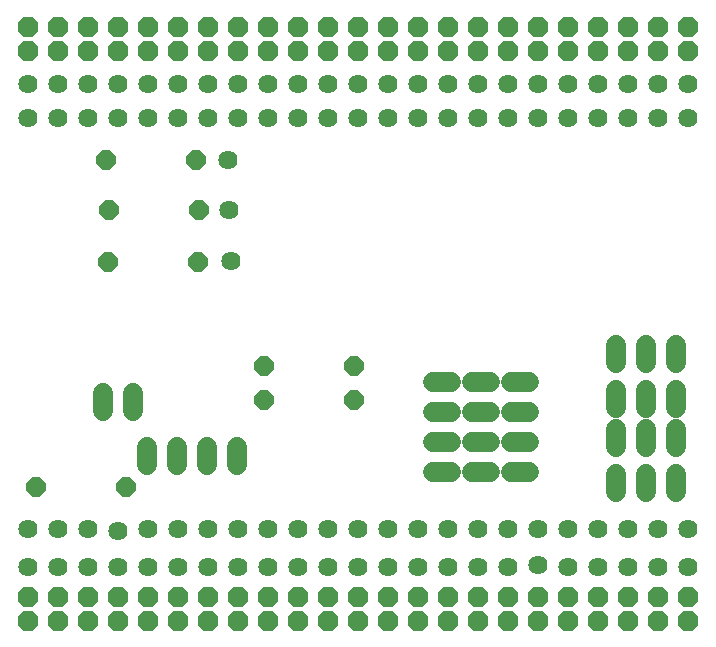
<source format=gbr>
G04 EAGLE Gerber RS-274X export*
G75*
%MOMM*%
%FSLAX34Y34*%
%LPD*%
%INSoldermask Top*%
%IPPOS*%
%AMOC8*
5,1,8,0,0,1.08239X$1,22.5*%
G01*
%ADD10P,1.869504X8X22.500000*%
%ADD11P,1.759533X8X202.500000*%
%ADD12C,1.625600*%
%ADD13C,0.553200*%
%ADD14C,1.727200*%
%ADD15P,1.759533X8X22.500000*%


D10*
X50800Y40640D03*
X50800Y60960D03*
X76200Y40640D03*
X76200Y60960D03*
X101600Y40640D03*
X101600Y60960D03*
X127000Y40640D03*
X127000Y60960D03*
X152400Y40640D03*
X152400Y60960D03*
X177800Y40640D03*
X177800Y60960D03*
X203200Y40640D03*
X203200Y60960D03*
X228600Y40640D03*
X228600Y60960D03*
X254000Y40640D03*
X254000Y60960D03*
X279400Y40640D03*
X279400Y60960D03*
X304800Y40640D03*
X304800Y60960D03*
X330200Y40640D03*
X330200Y60960D03*
X355600Y40640D03*
X355600Y60960D03*
X381000Y40640D03*
X381000Y60960D03*
X406400Y40640D03*
X406400Y60960D03*
X431800Y40640D03*
X431800Y60960D03*
X457200Y40640D03*
X457200Y60960D03*
X482600Y40640D03*
X482600Y60960D03*
X508000Y40640D03*
X508000Y60960D03*
X533400Y40640D03*
X533400Y60960D03*
X558800Y40640D03*
X558800Y60960D03*
X584200Y40640D03*
X584200Y60960D03*
X609600Y40640D03*
X609600Y60960D03*
D11*
X194310Y344170D03*
X118110Y344170D03*
D12*
X406400Y466090D03*
D13*
X406400Y466090D03*
D12*
X431800Y466090D03*
D13*
X431800Y466090D03*
D12*
X457200Y466090D03*
D13*
X457200Y466090D03*
D12*
X482600Y466090D03*
D13*
X482600Y466090D03*
D12*
X508000Y466090D03*
D13*
X508000Y466090D03*
D12*
X533400Y466090D03*
D13*
X533400Y466090D03*
D12*
X558800Y466090D03*
D13*
X558800Y466090D03*
D12*
X584200Y466090D03*
D13*
X584200Y466090D03*
D12*
X609600Y466090D03*
D13*
X609600Y466090D03*
D14*
X139700Y233680D02*
X139700Y218440D01*
X114300Y218440D02*
X114300Y233680D01*
D11*
X193040Y430530D03*
X116840Y430530D03*
D12*
X222250Y345440D03*
D13*
X222250Y345440D03*
D12*
X219710Y430530D03*
D13*
X219710Y430530D03*
D12*
X220980Y388620D03*
D13*
X220980Y388620D03*
D11*
X195580Y388620D03*
X119380Y388620D03*
D14*
X227330Y187960D02*
X227330Y172720D01*
X201930Y172720D02*
X201930Y187960D01*
X176530Y187960D02*
X176530Y172720D01*
X151130Y172720D02*
X151130Y187960D01*
D11*
X133350Y153670D03*
X57150Y153670D03*
D15*
X250190Y256540D03*
X326390Y256540D03*
X250190Y227330D03*
X326390Y227330D03*
D12*
X50800Y118110D03*
D13*
X50800Y118110D03*
D12*
X76200Y118110D03*
D13*
X76200Y118110D03*
D12*
X101600Y118110D03*
D13*
X101600Y118110D03*
D10*
X50800Y523240D03*
X50800Y543560D03*
X76200Y523240D03*
X76200Y543560D03*
X101600Y523240D03*
X101600Y543560D03*
X127000Y523240D03*
X127000Y543560D03*
X152400Y523240D03*
X152400Y543560D03*
X177800Y523240D03*
X177800Y543560D03*
X203200Y523240D03*
X203200Y543560D03*
X228600Y523240D03*
X228600Y543560D03*
X254000Y523240D03*
X254000Y543560D03*
X279400Y523240D03*
X279400Y543560D03*
X304800Y523240D03*
X304800Y543560D03*
X330200Y523240D03*
X330200Y543560D03*
X355600Y523240D03*
X355600Y543560D03*
X381000Y523240D03*
X381000Y543560D03*
X406400Y523240D03*
X406400Y543560D03*
X431800Y523240D03*
X431800Y543560D03*
X457200Y523240D03*
X457200Y543560D03*
X482600Y523240D03*
X482600Y543560D03*
X508000Y523240D03*
X508000Y543560D03*
X533400Y523240D03*
X533400Y543560D03*
X558800Y523240D03*
X558800Y543560D03*
X584200Y523240D03*
X584200Y543560D03*
X609600Y523240D03*
X609600Y543560D03*
D12*
X127000Y116840D03*
D13*
X127000Y116840D03*
D12*
X152400Y118110D03*
D13*
X152400Y118110D03*
D12*
X177800Y118110D03*
D13*
X177800Y118110D03*
D12*
X203200Y118110D03*
D13*
X203200Y118110D03*
D12*
X228600Y118110D03*
D13*
X228600Y118110D03*
D12*
X254000Y118110D03*
D13*
X254000Y118110D03*
D12*
X279400Y118110D03*
D13*
X279400Y118110D03*
D12*
X304800Y118110D03*
D13*
X304800Y118110D03*
D12*
X330200Y118110D03*
D13*
X330200Y118110D03*
D12*
X355600Y118110D03*
D13*
X355600Y118110D03*
D14*
X459740Y166370D02*
X474980Y166370D01*
X474980Y191770D02*
X459740Y191770D01*
X459740Y217170D02*
X474980Y217170D01*
X474980Y242570D02*
X459740Y242570D01*
D12*
X381000Y118110D03*
D13*
X381000Y118110D03*
D12*
X406400Y118110D03*
D13*
X406400Y118110D03*
D12*
X431800Y118110D03*
D13*
X431800Y118110D03*
D12*
X457200Y118110D03*
D13*
X457200Y118110D03*
D12*
X482600Y118110D03*
D13*
X482600Y118110D03*
D12*
X508000Y118110D03*
D13*
X508000Y118110D03*
D12*
X533400Y118110D03*
D13*
X533400Y118110D03*
D12*
X558800Y118110D03*
D13*
X558800Y118110D03*
D12*
X584200Y118110D03*
D13*
X584200Y118110D03*
D12*
X609600Y118110D03*
D13*
X609600Y118110D03*
D14*
X441960Y166370D02*
X426720Y166370D01*
X426720Y191770D02*
X441960Y191770D01*
X441960Y217170D02*
X426720Y217170D01*
X426720Y242570D02*
X441960Y242570D01*
D12*
X50800Y86360D03*
D13*
X50800Y86360D03*
D12*
X76200Y86360D03*
D13*
X76200Y86360D03*
D12*
X101600Y86360D03*
D13*
X101600Y86360D03*
D12*
X127000Y86360D03*
D13*
X127000Y86360D03*
D12*
X152400Y86360D03*
D13*
X152400Y86360D03*
D12*
X177800Y86360D03*
D13*
X177800Y86360D03*
D12*
X203200Y86360D03*
D13*
X203200Y86360D03*
D12*
X228600Y86360D03*
D13*
X228600Y86360D03*
D12*
X254000Y86360D03*
D13*
X254000Y86360D03*
D12*
X279400Y86360D03*
D13*
X279400Y86360D03*
D14*
X393700Y166370D02*
X408940Y166370D01*
X408940Y191770D02*
X393700Y191770D01*
X393700Y217170D02*
X408940Y217170D01*
X408940Y242570D02*
X393700Y242570D01*
D12*
X304800Y86360D03*
D13*
X304800Y86360D03*
D12*
X330200Y86360D03*
D13*
X330200Y86360D03*
D12*
X355600Y86360D03*
D13*
X355600Y86360D03*
D12*
X381000Y86360D03*
D13*
X381000Y86360D03*
D12*
X406400Y86360D03*
D13*
X406400Y86360D03*
D12*
X431800Y86360D03*
D13*
X431800Y86360D03*
D12*
X457200Y86360D03*
D13*
X457200Y86360D03*
D12*
X482600Y87630D03*
D13*
X482600Y87630D03*
D12*
X508000Y86360D03*
D13*
X508000Y86360D03*
D12*
X533400Y86360D03*
D13*
X533400Y86360D03*
D14*
X548640Y259080D02*
X548640Y274320D01*
X574040Y274320D02*
X574040Y259080D01*
X599440Y259080D02*
X599440Y274320D01*
D12*
X558800Y86360D03*
D13*
X558800Y86360D03*
D12*
X584200Y86360D03*
D13*
X584200Y86360D03*
D12*
X609600Y86360D03*
D13*
X609600Y86360D03*
D12*
X50800Y495300D03*
D13*
X50800Y495300D03*
D12*
X76200Y495300D03*
D13*
X76200Y495300D03*
D12*
X101600Y495300D03*
D13*
X101600Y495300D03*
D12*
X127000Y495300D03*
D13*
X127000Y495300D03*
D12*
X152400Y495300D03*
D13*
X152400Y495300D03*
D12*
X177800Y495300D03*
D13*
X177800Y495300D03*
D12*
X203200Y495300D03*
D13*
X203200Y495300D03*
D14*
X548640Y236220D02*
X548640Y220980D01*
X574040Y220980D02*
X574040Y236220D01*
X599440Y236220D02*
X599440Y220980D01*
D12*
X228600Y495300D03*
D13*
X228600Y495300D03*
D12*
X254000Y495300D03*
D13*
X254000Y495300D03*
D12*
X279400Y495300D03*
D13*
X279400Y495300D03*
D12*
X304800Y495300D03*
D13*
X304800Y495300D03*
D12*
X330200Y495300D03*
D13*
X330200Y495300D03*
D12*
X355600Y495300D03*
D13*
X355600Y495300D03*
D12*
X381000Y495300D03*
D13*
X381000Y495300D03*
D12*
X406400Y495300D03*
D13*
X406400Y495300D03*
D12*
X431800Y495300D03*
D13*
X431800Y495300D03*
D12*
X457200Y495300D03*
D13*
X457200Y495300D03*
D14*
X548640Y203200D02*
X548640Y187960D01*
X574040Y187960D02*
X574040Y203200D01*
X599440Y203200D02*
X599440Y187960D01*
D12*
X482600Y495300D03*
D13*
X482600Y495300D03*
D12*
X508000Y495300D03*
D13*
X508000Y495300D03*
D12*
X533400Y495300D03*
D13*
X533400Y495300D03*
D12*
X558800Y495300D03*
D13*
X558800Y495300D03*
D12*
X584200Y495300D03*
D13*
X584200Y495300D03*
D12*
X609600Y495300D03*
D13*
X609600Y495300D03*
D12*
X50800Y466090D03*
D13*
X50800Y466090D03*
D12*
X76200Y466090D03*
D13*
X76200Y466090D03*
D12*
X101600Y466090D03*
D13*
X101600Y466090D03*
D12*
X127000Y466090D03*
D13*
X127000Y466090D03*
D14*
X548640Y165100D02*
X548640Y149860D01*
X574040Y149860D02*
X574040Y165100D01*
X599440Y165100D02*
X599440Y149860D01*
D12*
X152400Y466090D03*
D13*
X152400Y466090D03*
D12*
X177800Y466090D03*
D13*
X177800Y466090D03*
D12*
X203200Y466090D03*
D13*
X203200Y466090D03*
D12*
X228600Y466090D03*
D13*
X228600Y466090D03*
D12*
X254000Y466090D03*
D13*
X254000Y466090D03*
D12*
X279400Y466090D03*
D13*
X279400Y466090D03*
D12*
X304800Y466090D03*
D13*
X304800Y466090D03*
D12*
X330200Y466090D03*
D13*
X330200Y466090D03*
D12*
X355600Y466090D03*
D13*
X355600Y466090D03*
D12*
X381000Y466090D03*
D13*
X381000Y466090D03*
M02*

</source>
